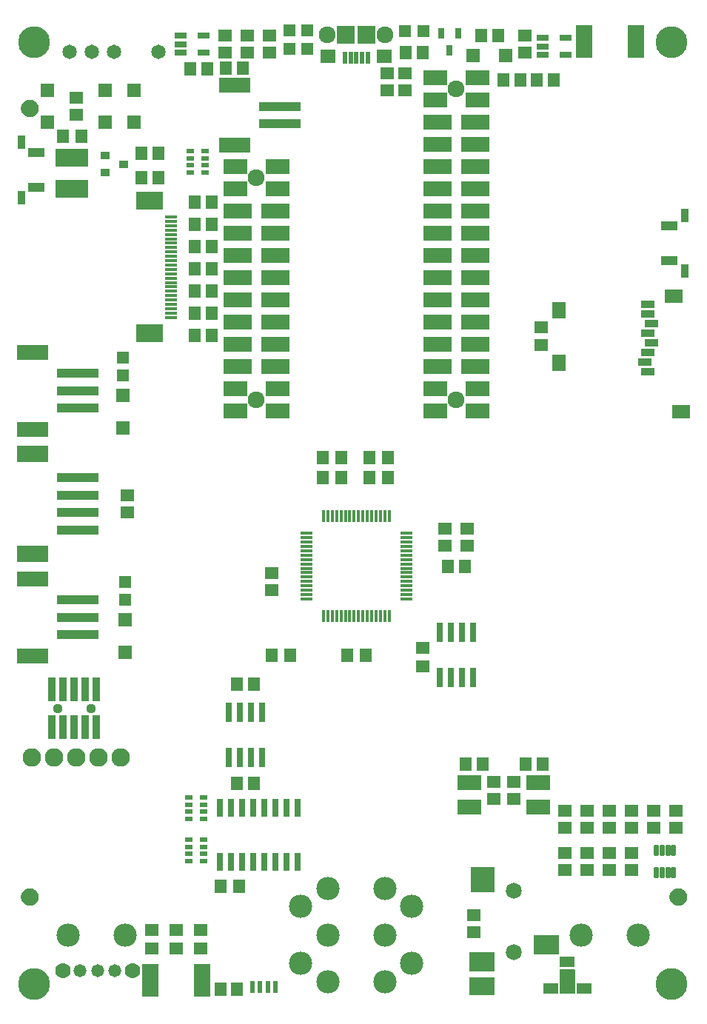
<source format=gbr>
G04 EAGLE Gerber RS-274X export*
G75*
%MOMM*%
%FSLAX34Y34*%
%LPD*%
%INSoldermask Bottom*%
%IPPOS*%
%AMOC8*
5,1,8,0,0,1.08239X$1,22.5*%
G01*
%ADD10R,1.377000X0.402000*%
%ADD11R,3.127000X2.127000*%
%ADD12R,2.027000X1.527000*%
%ADD13R,1.527000X1.927000*%
%ADD14R,1.627000X0.827000*%
%ADD15R,1.367000X1.627000*%
%ADD16R,4.727000X1.127000*%
%ADD17R,3.527000X1.827000*%
%ADD18R,1.627000X1.367000*%
%ADD19R,3.527000X1.727000*%
%ADD20R,1.427000X1.327000*%
%ADD21R,1.527000X1.527000*%
%ADD22R,1.327000X1.627000*%
%ADD23R,1.027000X0.927000*%
%ADD24C,1.777000*%
%ADD25C,1.477000*%
%ADD26R,1.905000X1.027000*%
%ADD27R,0.927000X1.577000*%
%ADD28R,1.627000X1.327000*%
%ADD29C,1.651000*%
%ADD30C,3.643000*%
%ADD31C,1.127000*%
%ADD32C,0.500000*%
%ADD33C,2.127000*%
%ADD34R,0.887000X2.727000*%
%ADD35R,1.327000X0.427000*%
%ADD36R,0.427000X1.327000*%
%ADD37R,0.527000X1.477000*%
%ADD38R,1.727000X1.527000*%
%ADD39R,2.027000X2.027000*%
%ADD40C,1.927000*%
%ADD41R,1.327000X0.677000*%
%ADD42R,0.762000X1.143000*%
%ADD43R,0.727000X2.327000*%
%ADD44R,1.627000X1.427000*%
%ADD45R,2.827000X1.727000*%
%ADD46R,0.787400X2.159000*%
%ADD47R,2.927000X2.127000*%
%ADD48R,2.727000X2.927000*%
%ADD49R,2.927000X2.327000*%
%ADD50C,1.827000*%
%ADD51R,1.427000X1.627000*%
%ADD52R,1.327000X1.327000*%
%ADD53R,2.667000X1.651000*%
%ADD54R,3.175000X1.651000*%
%ADD55R,0.965200X0.584200*%
%ADD56C,0.364200*%
%ADD57R,1.727200X1.295400*%
%ADD58R,0.330200X0.762000*%
%ADD59C,2.667000*%
%ADD60R,1.827000X3.827000*%
%ADD61R,0.627000X1.377000*%
%ADD62R,3.827000X2.127000*%

G36*
X637658Y11446D02*
X637658Y11446D01*
X637777Y11453D01*
X637815Y11466D01*
X637856Y11471D01*
X637966Y11514D01*
X638079Y11551D01*
X638114Y11573D01*
X638151Y11588D01*
X638247Y11658D01*
X638348Y11721D01*
X638376Y11751D01*
X638409Y11774D01*
X638485Y11866D01*
X638566Y11953D01*
X638586Y11988D01*
X638611Y12019D01*
X638662Y12127D01*
X638720Y12231D01*
X638730Y12271D01*
X638747Y12307D01*
X638769Y12424D01*
X638799Y12539D01*
X638803Y12600D01*
X638807Y12620D01*
X638805Y12640D01*
X638809Y12700D01*
X638809Y38100D01*
X638794Y38218D01*
X638787Y38337D01*
X638774Y38375D01*
X638769Y38416D01*
X638726Y38526D01*
X638689Y38639D01*
X638667Y38674D01*
X638652Y38711D01*
X638583Y38807D01*
X638519Y38908D01*
X638489Y38936D01*
X638466Y38969D01*
X638374Y39045D01*
X638287Y39126D01*
X638252Y39146D01*
X638221Y39171D01*
X638113Y39222D01*
X638009Y39280D01*
X637969Y39290D01*
X637933Y39307D01*
X637816Y39329D01*
X637701Y39359D01*
X637641Y39363D01*
X637621Y39367D01*
X637600Y39365D01*
X637540Y39369D01*
X622300Y39369D01*
X622182Y39354D01*
X622063Y39347D01*
X622025Y39334D01*
X621984Y39329D01*
X621874Y39286D01*
X621761Y39249D01*
X621726Y39227D01*
X621689Y39212D01*
X621593Y39143D01*
X621492Y39079D01*
X621464Y39049D01*
X621431Y39026D01*
X621356Y38934D01*
X621274Y38847D01*
X621254Y38812D01*
X621229Y38781D01*
X621178Y38673D01*
X621120Y38569D01*
X621110Y38529D01*
X621093Y38493D01*
X621071Y38376D01*
X621041Y38261D01*
X621037Y38201D01*
X621033Y38181D01*
X621034Y38169D01*
X621033Y38166D01*
X621034Y38153D01*
X621031Y38100D01*
X621031Y12700D01*
X621046Y12582D01*
X621053Y12463D01*
X621066Y12425D01*
X621071Y12384D01*
X621114Y12274D01*
X621151Y12161D01*
X621173Y12126D01*
X621188Y12089D01*
X621258Y11993D01*
X621321Y11892D01*
X621351Y11864D01*
X621374Y11831D01*
X621466Y11756D01*
X621553Y11674D01*
X621588Y11654D01*
X621619Y11629D01*
X621727Y11578D01*
X621831Y11520D01*
X621871Y11510D01*
X621907Y11493D01*
X622024Y11471D01*
X622139Y11441D01*
X622200Y11437D01*
X622220Y11433D01*
X622240Y11435D01*
X622300Y11431D01*
X637540Y11431D01*
X637658Y11446D01*
G37*
D10*
X176532Y899634D03*
X176532Y894634D03*
X176532Y889634D03*
X176532Y884634D03*
X176532Y879634D03*
X176532Y874634D03*
X176532Y869634D03*
X176532Y864634D03*
X176532Y859634D03*
X176532Y854634D03*
X176532Y849634D03*
X176532Y844634D03*
X176532Y839634D03*
X176532Y834634D03*
X176532Y829634D03*
X176532Y824634D03*
X176532Y819634D03*
X176532Y814634D03*
X176532Y809634D03*
X176532Y804634D03*
X176532Y799634D03*
X176532Y794634D03*
X176532Y789634D03*
X176532Y784634D03*
D11*
X151932Y918134D03*
X151932Y767034D03*
D12*
X751350Y808800D03*
X760350Y676800D03*
D13*
X620350Y792800D03*
X620350Y732800D03*
D14*
X722350Y799800D03*
X722350Y788800D03*
X726350Y777800D03*
X722350Y766800D03*
X726350Y755800D03*
X722350Y744800D03*
X718350Y733800D03*
X722350Y722800D03*
D15*
X222860Y789940D03*
X203860Y789940D03*
X222860Y815340D03*
X203860Y815340D03*
X222860Y764540D03*
X203860Y764540D03*
X222860Y840740D03*
X203860Y840740D03*
X222860Y866140D03*
X203860Y866140D03*
X222860Y891540D03*
X203860Y891540D03*
X222860Y916940D03*
X203860Y916940D03*
D16*
X70020Y601500D03*
X70020Y581500D03*
D17*
X18020Y628500D03*
X18020Y514500D03*
D16*
X70020Y561500D03*
X70020Y541500D03*
D18*
X127000Y562000D03*
X127000Y581000D03*
D16*
X70180Y461960D03*
X70180Y441960D03*
D19*
X18180Y485960D03*
X18180Y397960D03*
D16*
X70180Y421960D03*
D20*
X124460Y482600D03*
X124460Y462280D03*
D21*
X124460Y438870D03*
X124460Y401870D03*
D15*
X142900Y944880D03*
X161900Y944880D03*
X142900Y972820D03*
X161900Y972820D03*
D21*
X134620Y1044660D03*
X134620Y1007660D03*
X101600Y1044660D03*
X101600Y1007660D03*
D18*
X68580Y1016660D03*
X68580Y1035660D03*
D21*
X35560Y1044660D03*
X35560Y1007660D03*
D22*
X74000Y991870D03*
X53000Y991870D03*
D23*
X101760Y950620D03*
X101760Y969620D03*
X122760Y960120D03*
D24*
X132710Y38100D03*
X52710Y38100D03*
D25*
X112710Y38100D03*
X92710Y38100D03*
X72710Y38100D03*
D26*
X22956Y933400D03*
X22956Y973400D03*
D27*
X5416Y921900D03*
X5416Y984900D03*
D16*
X70180Y721040D03*
X70180Y701040D03*
D19*
X18180Y745040D03*
X18180Y657040D03*
D16*
X70180Y681040D03*
D20*
X121920Y739140D03*
X121920Y718820D03*
D21*
X121920Y695410D03*
X121920Y658410D03*
D28*
X599694Y752770D03*
X599694Y773770D03*
D22*
X233340Y134620D03*
X254340Y134620D03*
D15*
X252120Y252222D03*
X271120Y252222D03*
D26*
X746664Y889558D03*
X746664Y849558D03*
D27*
X764204Y901058D03*
X764204Y838058D03*
D29*
X111760Y1088390D03*
X86360Y1088390D03*
X60960Y1088390D03*
D30*
X20320Y22860D03*
X749300Y22860D03*
D31*
X756920Y121920D03*
D32*
X764420Y121920D02*
X764418Y122101D01*
X764411Y122282D01*
X764400Y122463D01*
X764385Y122644D01*
X764365Y122824D01*
X764341Y123004D01*
X764313Y123183D01*
X764280Y123361D01*
X764243Y123538D01*
X764202Y123715D01*
X764157Y123890D01*
X764107Y124065D01*
X764053Y124238D01*
X763995Y124409D01*
X763933Y124580D01*
X763866Y124748D01*
X763796Y124915D01*
X763722Y125081D01*
X763643Y125244D01*
X763561Y125405D01*
X763475Y125565D01*
X763385Y125722D01*
X763291Y125877D01*
X763194Y126030D01*
X763092Y126180D01*
X762988Y126328D01*
X762879Y126474D01*
X762768Y126616D01*
X762652Y126756D01*
X762534Y126893D01*
X762412Y127028D01*
X762287Y127159D01*
X762159Y127287D01*
X762028Y127412D01*
X761893Y127534D01*
X761756Y127652D01*
X761616Y127768D01*
X761474Y127879D01*
X761328Y127988D01*
X761180Y128092D01*
X761030Y128194D01*
X760877Y128291D01*
X760722Y128385D01*
X760565Y128475D01*
X760405Y128561D01*
X760244Y128643D01*
X760081Y128722D01*
X759915Y128796D01*
X759748Y128866D01*
X759580Y128933D01*
X759409Y128995D01*
X759238Y129053D01*
X759065Y129107D01*
X758890Y129157D01*
X758715Y129202D01*
X758538Y129243D01*
X758361Y129280D01*
X758183Y129313D01*
X758004Y129341D01*
X757824Y129365D01*
X757644Y129385D01*
X757463Y129400D01*
X757282Y129411D01*
X757101Y129418D01*
X756920Y129420D01*
X756739Y129418D01*
X756558Y129411D01*
X756377Y129400D01*
X756196Y129385D01*
X756016Y129365D01*
X755836Y129341D01*
X755657Y129313D01*
X755479Y129280D01*
X755302Y129243D01*
X755125Y129202D01*
X754950Y129157D01*
X754775Y129107D01*
X754602Y129053D01*
X754431Y128995D01*
X754260Y128933D01*
X754092Y128866D01*
X753925Y128796D01*
X753759Y128722D01*
X753596Y128643D01*
X753435Y128561D01*
X753275Y128475D01*
X753118Y128385D01*
X752963Y128291D01*
X752810Y128194D01*
X752660Y128092D01*
X752512Y127988D01*
X752366Y127879D01*
X752224Y127768D01*
X752084Y127652D01*
X751947Y127534D01*
X751812Y127412D01*
X751681Y127287D01*
X751553Y127159D01*
X751428Y127028D01*
X751306Y126893D01*
X751188Y126756D01*
X751072Y126616D01*
X750961Y126474D01*
X750852Y126328D01*
X750748Y126180D01*
X750646Y126030D01*
X750549Y125877D01*
X750455Y125722D01*
X750365Y125565D01*
X750279Y125405D01*
X750197Y125244D01*
X750118Y125081D01*
X750044Y124915D01*
X749974Y124748D01*
X749907Y124580D01*
X749845Y124409D01*
X749787Y124238D01*
X749733Y124065D01*
X749683Y123890D01*
X749638Y123715D01*
X749597Y123538D01*
X749560Y123361D01*
X749527Y123183D01*
X749499Y123004D01*
X749475Y122824D01*
X749455Y122644D01*
X749440Y122463D01*
X749429Y122282D01*
X749422Y122101D01*
X749420Y121920D01*
X749422Y121739D01*
X749429Y121558D01*
X749440Y121377D01*
X749455Y121196D01*
X749475Y121016D01*
X749499Y120836D01*
X749527Y120657D01*
X749560Y120479D01*
X749597Y120302D01*
X749638Y120125D01*
X749683Y119950D01*
X749733Y119775D01*
X749787Y119602D01*
X749845Y119431D01*
X749907Y119260D01*
X749974Y119092D01*
X750044Y118925D01*
X750118Y118759D01*
X750197Y118596D01*
X750279Y118435D01*
X750365Y118275D01*
X750455Y118118D01*
X750549Y117963D01*
X750646Y117810D01*
X750748Y117660D01*
X750852Y117512D01*
X750961Y117366D01*
X751072Y117224D01*
X751188Y117084D01*
X751306Y116947D01*
X751428Y116812D01*
X751553Y116681D01*
X751681Y116553D01*
X751812Y116428D01*
X751947Y116306D01*
X752084Y116188D01*
X752224Y116072D01*
X752366Y115961D01*
X752512Y115852D01*
X752660Y115748D01*
X752810Y115646D01*
X752963Y115549D01*
X753118Y115455D01*
X753275Y115365D01*
X753435Y115279D01*
X753596Y115197D01*
X753759Y115118D01*
X753925Y115044D01*
X754092Y114974D01*
X754260Y114907D01*
X754431Y114845D01*
X754602Y114787D01*
X754775Y114733D01*
X754950Y114683D01*
X755125Y114638D01*
X755302Y114597D01*
X755479Y114560D01*
X755657Y114527D01*
X755836Y114499D01*
X756016Y114475D01*
X756196Y114455D01*
X756377Y114440D01*
X756558Y114429D01*
X756739Y114422D01*
X756920Y114420D01*
X757101Y114422D01*
X757282Y114429D01*
X757463Y114440D01*
X757644Y114455D01*
X757824Y114475D01*
X758004Y114499D01*
X758183Y114527D01*
X758361Y114560D01*
X758538Y114597D01*
X758715Y114638D01*
X758890Y114683D01*
X759065Y114733D01*
X759238Y114787D01*
X759409Y114845D01*
X759580Y114907D01*
X759748Y114974D01*
X759915Y115044D01*
X760081Y115118D01*
X760244Y115197D01*
X760405Y115279D01*
X760565Y115365D01*
X760722Y115455D01*
X760877Y115549D01*
X761030Y115646D01*
X761180Y115748D01*
X761328Y115852D01*
X761474Y115961D01*
X761616Y116072D01*
X761756Y116188D01*
X761893Y116306D01*
X762028Y116428D01*
X762159Y116553D01*
X762287Y116681D01*
X762412Y116812D01*
X762534Y116947D01*
X762652Y117084D01*
X762768Y117224D01*
X762879Y117366D01*
X762988Y117512D01*
X763092Y117660D01*
X763194Y117810D01*
X763291Y117963D01*
X763385Y118118D01*
X763475Y118275D01*
X763561Y118435D01*
X763643Y118596D01*
X763722Y118759D01*
X763796Y118925D01*
X763866Y119092D01*
X763933Y119260D01*
X763995Y119431D01*
X764053Y119602D01*
X764107Y119775D01*
X764157Y119950D01*
X764202Y120125D01*
X764243Y120302D01*
X764280Y120479D01*
X764313Y120657D01*
X764341Y120836D01*
X764365Y121016D01*
X764385Y121196D01*
X764400Y121377D01*
X764411Y121558D01*
X764418Y121739D01*
X764420Y121920D01*
D31*
X15240Y1023620D03*
D32*
X22740Y1023620D02*
X22738Y1023801D01*
X22731Y1023982D01*
X22720Y1024163D01*
X22705Y1024344D01*
X22685Y1024524D01*
X22661Y1024704D01*
X22633Y1024883D01*
X22600Y1025061D01*
X22563Y1025238D01*
X22522Y1025415D01*
X22477Y1025590D01*
X22427Y1025765D01*
X22373Y1025938D01*
X22315Y1026109D01*
X22253Y1026280D01*
X22186Y1026448D01*
X22116Y1026615D01*
X22042Y1026781D01*
X21963Y1026944D01*
X21881Y1027105D01*
X21795Y1027265D01*
X21705Y1027422D01*
X21611Y1027577D01*
X21514Y1027730D01*
X21412Y1027880D01*
X21308Y1028028D01*
X21199Y1028174D01*
X21088Y1028316D01*
X20972Y1028456D01*
X20854Y1028593D01*
X20732Y1028728D01*
X20607Y1028859D01*
X20479Y1028987D01*
X20348Y1029112D01*
X20213Y1029234D01*
X20076Y1029352D01*
X19936Y1029468D01*
X19794Y1029579D01*
X19648Y1029688D01*
X19500Y1029792D01*
X19350Y1029894D01*
X19197Y1029991D01*
X19042Y1030085D01*
X18885Y1030175D01*
X18725Y1030261D01*
X18564Y1030343D01*
X18401Y1030422D01*
X18235Y1030496D01*
X18068Y1030566D01*
X17900Y1030633D01*
X17729Y1030695D01*
X17558Y1030753D01*
X17385Y1030807D01*
X17210Y1030857D01*
X17035Y1030902D01*
X16858Y1030943D01*
X16681Y1030980D01*
X16503Y1031013D01*
X16324Y1031041D01*
X16144Y1031065D01*
X15964Y1031085D01*
X15783Y1031100D01*
X15602Y1031111D01*
X15421Y1031118D01*
X15240Y1031120D01*
X15059Y1031118D01*
X14878Y1031111D01*
X14697Y1031100D01*
X14516Y1031085D01*
X14336Y1031065D01*
X14156Y1031041D01*
X13977Y1031013D01*
X13799Y1030980D01*
X13622Y1030943D01*
X13445Y1030902D01*
X13270Y1030857D01*
X13095Y1030807D01*
X12922Y1030753D01*
X12751Y1030695D01*
X12580Y1030633D01*
X12412Y1030566D01*
X12245Y1030496D01*
X12079Y1030422D01*
X11916Y1030343D01*
X11755Y1030261D01*
X11595Y1030175D01*
X11438Y1030085D01*
X11283Y1029991D01*
X11130Y1029894D01*
X10980Y1029792D01*
X10832Y1029688D01*
X10686Y1029579D01*
X10544Y1029468D01*
X10404Y1029352D01*
X10267Y1029234D01*
X10132Y1029112D01*
X10001Y1028987D01*
X9873Y1028859D01*
X9748Y1028728D01*
X9626Y1028593D01*
X9508Y1028456D01*
X9392Y1028316D01*
X9281Y1028174D01*
X9172Y1028028D01*
X9068Y1027880D01*
X8966Y1027730D01*
X8869Y1027577D01*
X8775Y1027422D01*
X8685Y1027265D01*
X8599Y1027105D01*
X8517Y1026944D01*
X8438Y1026781D01*
X8364Y1026615D01*
X8294Y1026448D01*
X8227Y1026280D01*
X8165Y1026109D01*
X8107Y1025938D01*
X8053Y1025765D01*
X8003Y1025590D01*
X7958Y1025415D01*
X7917Y1025238D01*
X7880Y1025061D01*
X7847Y1024883D01*
X7819Y1024704D01*
X7795Y1024524D01*
X7775Y1024344D01*
X7760Y1024163D01*
X7749Y1023982D01*
X7742Y1023801D01*
X7740Y1023620D01*
X7742Y1023439D01*
X7749Y1023258D01*
X7760Y1023077D01*
X7775Y1022896D01*
X7795Y1022716D01*
X7819Y1022536D01*
X7847Y1022357D01*
X7880Y1022179D01*
X7917Y1022002D01*
X7958Y1021825D01*
X8003Y1021650D01*
X8053Y1021475D01*
X8107Y1021302D01*
X8165Y1021131D01*
X8227Y1020960D01*
X8294Y1020792D01*
X8364Y1020625D01*
X8438Y1020459D01*
X8517Y1020296D01*
X8599Y1020135D01*
X8685Y1019975D01*
X8775Y1019818D01*
X8869Y1019663D01*
X8966Y1019510D01*
X9068Y1019360D01*
X9172Y1019212D01*
X9281Y1019066D01*
X9392Y1018924D01*
X9508Y1018784D01*
X9626Y1018647D01*
X9748Y1018512D01*
X9873Y1018381D01*
X10001Y1018253D01*
X10132Y1018128D01*
X10267Y1018006D01*
X10404Y1017888D01*
X10544Y1017772D01*
X10686Y1017661D01*
X10832Y1017552D01*
X10980Y1017448D01*
X11130Y1017346D01*
X11283Y1017249D01*
X11438Y1017155D01*
X11595Y1017065D01*
X11755Y1016979D01*
X11916Y1016897D01*
X12079Y1016818D01*
X12245Y1016744D01*
X12412Y1016674D01*
X12580Y1016607D01*
X12751Y1016545D01*
X12922Y1016487D01*
X13095Y1016433D01*
X13270Y1016383D01*
X13445Y1016338D01*
X13622Y1016297D01*
X13799Y1016260D01*
X13977Y1016227D01*
X14156Y1016199D01*
X14336Y1016175D01*
X14516Y1016155D01*
X14697Y1016140D01*
X14878Y1016129D01*
X15059Y1016122D01*
X15240Y1016120D01*
X15421Y1016122D01*
X15602Y1016129D01*
X15783Y1016140D01*
X15964Y1016155D01*
X16144Y1016175D01*
X16324Y1016199D01*
X16503Y1016227D01*
X16681Y1016260D01*
X16858Y1016297D01*
X17035Y1016338D01*
X17210Y1016383D01*
X17385Y1016433D01*
X17558Y1016487D01*
X17729Y1016545D01*
X17900Y1016607D01*
X18068Y1016674D01*
X18235Y1016744D01*
X18401Y1016818D01*
X18564Y1016897D01*
X18725Y1016979D01*
X18885Y1017065D01*
X19042Y1017155D01*
X19197Y1017249D01*
X19350Y1017346D01*
X19500Y1017448D01*
X19648Y1017552D01*
X19794Y1017661D01*
X19936Y1017772D01*
X20076Y1017888D01*
X20213Y1018006D01*
X20348Y1018128D01*
X20479Y1018253D01*
X20607Y1018381D01*
X20732Y1018512D01*
X20854Y1018647D01*
X20972Y1018784D01*
X21088Y1018924D01*
X21199Y1019066D01*
X21308Y1019212D01*
X21412Y1019360D01*
X21514Y1019510D01*
X21611Y1019663D01*
X21705Y1019818D01*
X21795Y1019975D01*
X21881Y1020135D01*
X21963Y1020296D01*
X22042Y1020459D01*
X22116Y1020625D01*
X22186Y1020792D01*
X22253Y1020960D01*
X22315Y1021131D01*
X22373Y1021302D01*
X22427Y1021475D01*
X22477Y1021650D01*
X22522Y1021825D01*
X22563Y1022002D01*
X22600Y1022179D01*
X22633Y1022357D01*
X22661Y1022536D01*
X22685Y1022716D01*
X22705Y1022896D01*
X22720Y1023077D01*
X22731Y1023258D01*
X22738Y1023439D01*
X22740Y1023620D01*
D30*
X20320Y1099820D03*
X749300Y1099820D03*
D29*
X162560Y1088390D03*
D33*
X93980Y281940D03*
X17780Y281940D03*
X119380Y281940D03*
D34*
X40640Y316320D03*
X53340Y316320D03*
X66040Y316320D03*
X78740Y316320D03*
X91440Y316320D03*
X40640Y359320D03*
X53340Y359320D03*
X66040Y359320D03*
X78740Y359320D03*
X91440Y359320D03*
D31*
X46990Y337820D03*
X85090Y337820D03*
D22*
X291760Y398780D03*
X312760Y398780D03*
X371180Y624840D03*
X350180Y624840D03*
X371180Y601980D03*
X350180Y601980D03*
D35*
X445620Y537880D03*
X445620Y532880D03*
X445620Y527880D03*
X445620Y522880D03*
X445620Y517880D03*
X445620Y512880D03*
X445620Y507880D03*
X445620Y502880D03*
X445620Y497880D03*
X445620Y492880D03*
X445620Y487880D03*
X445620Y482880D03*
X445620Y477880D03*
X445620Y472880D03*
X445620Y467880D03*
X445620Y462880D03*
D36*
X426120Y443380D03*
X421120Y443380D03*
X416120Y443380D03*
X411120Y443380D03*
X406120Y443380D03*
X401120Y443380D03*
X396120Y443380D03*
X391120Y443380D03*
X386120Y443380D03*
X381120Y443380D03*
X376120Y443380D03*
X371120Y443380D03*
X366120Y443380D03*
X361120Y443380D03*
X356120Y443380D03*
X351120Y443380D03*
D35*
X331620Y462880D03*
X331620Y467880D03*
X331620Y472880D03*
X331620Y477880D03*
X331620Y482880D03*
X331620Y487880D03*
X331620Y492880D03*
X331620Y497880D03*
X331620Y502880D03*
X331620Y507880D03*
X331620Y512880D03*
X331620Y517880D03*
X331620Y522880D03*
X331620Y527880D03*
X331620Y532880D03*
X331620Y537880D03*
D36*
X351120Y557380D03*
X356120Y557380D03*
X361120Y557380D03*
X366120Y557380D03*
X371120Y557380D03*
X376120Y557380D03*
X381120Y557380D03*
X386120Y557380D03*
X391120Y557380D03*
X396120Y557380D03*
X401120Y557380D03*
X406120Y557380D03*
X411120Y557380D03*
X416120Y557380D03*
X421120Y557380D03*
X426120Y557380D03*
D37*
X375620Y1081325D03*
X382120Y1081325D03*
X388620Y1081325D03*
X395120Y1081325D03*
X401620Y1081325D03*
D38*
X356620Y1083575D03*
X420620Y1083575D03*
D39*
X400620Y1108075D03*
X376620Y1108075D03*
D40*
X421640Y1108075D03*
X355600Y1108075D03*
D18*
X581660Y1087780D03*
X581660Y1106780D03*
D15*
X575920Y1056640D03*
X556920Y1056640D03*
X595020Y1056640D03*
X614020Y1056640D03*
D41*
X601679Y1085240D03*
X601679Y1094740D03*
X601679Y1104240D03*
X627681Y1104240D03*
X627681Y1085240D03*
D16*
X301160Y1026000D03*
X301160Y1006000D03*
D19*
X249160Y1050000D03*
X249160Y982000D03*
D22*
X403520Y624840D03*
X424520Y624840D03*
X403520Y601980D03*
X424520Y601980D03*
D18*
X292100Y473100D03*
X292100Y492100D03*
D21*
X559520Y1084580D03*
X522520Y1084580D03*
D42*
X495300Y1089820D03*
X504800Y1109820D03*
X485800Y1109820D03*
D15*
X550520Y1107440D03*
X531520Y1107440D03*
D41*
X187659Y1087780D03*
X187659Y1097280D03*
X187659Y1106780D03*
X213661Y1106780D03*
X213661Y1087780D03*
D15*
X258420Y1069594D03*
X239420Y1069594D03*
D18*
X289560Y1087780D03*
X289560Y1106780D03*
X238760Y1087780D03*
X238760Y1106780D03*
X264160Y1087780D03*
X264160Y1106780D03*
D43*
X255270Y333340D03*
X255270Y281340D03*
X242570Y333340D03*
X267970Y333340D03*
X280670Y333340D03*
X242570Y281340D03*
X267970Y281340D03*
X280670Y281340D03*
D15*
X271120Y365760D03*
X252120Y365760D03*
X445160Y1087882D03*
X464160Y1087882D03*
D44*
X523240Y81940D03*
X523240Y100940D03*
D45*
X596900Y252760D03*
X596900Y224760D03*
X518160Y252760D03*
X518160Y224760D03*
D18*
X546100Y234340D03*
X546100Y253340D03*
D15*
X532740Y274320D03*
X513740Y274320D03*
X582320Y274320D03*
X601320Y274320D03*
D18*
X568960Y234340D03*
X568960Y253340D03*
D46*
X232410Y223774D03*
X232410Y162306D03*
X245110Y223774D03*
X257810Y223774D03*
X245110Y162306D03*
X257810Y162306D03*
X270510Y223774D03*
X270510Y162306D03*
X283210Y223774D03*
X283210Y162306D03*
X295910Y223774D03*
X308610Y223774D03*
X295910Y162306D03*
X308610Y162306D03*
X321310Y223774D03*
X321310Y162306D03*
D47*
X531960Y19940D03*
D48*
X532960Y141940D03*
D49*
X605960Y66940D03*
X531960Y47940D03*
D50*
X568960Y58940D03*
X568960Y128940D03*
D31*
X15240Y121920D03*
D32*
X22740Y121920D02*
X22738Y122101D01*
X22731Y122282D01*
X22720Y122463D01*
X22705Y122644D01*
X22685Y122824D01*
X22661Y123004D01*
X22633Y123183D01*
X22600Y123361D01*
X22563Y123538D01*
X22522Y123715D01*
X22477Y123890D01*
X22427Y124065D01*
X22373Y124238D01*
X22315Y124409D01*
X22253Y124580D01*
X22186Y124748D01*
X22116Y124915D01*
X22042Y125081D01*
X21963Y125244D01*
X21881Y125405D01*
X21795Y125565D01*
X21705Y125722D01*
X21611Y125877D01*
X21514Y126030D01*
X21412Y126180D01*
X21308Y126328D01*
X21199Y126474D01*
X21088Y126616D01*
X20972Y126756D01*
X20854Y126893D01*
X20732Y127028D01*
X20607Y127159D01*
X20479Y127287D01*
X20348Y127412D01*
X20213Y127534D01*
X20076Y127652D01*
X19936Y127768D01*
X19794Y127879D01*
X19648Y127988D01*
X19500Y128092D01*
X19350Y128194D01*
X19197Y128291D01*
X19042Y128385D01*
X18885Y128475D01*
X18725Y128561D01*
X18564Y128643D01*
X18401Y128722D01*
X18235Y128796D01*
X18068Y128866D01*
X17900Y128933D01*
X17729Y128995D01*
X17558Y129053D01*
X17385Y129107D01*
X17210Y129157D01*
X17035Y129202D01*
X16858Y129243D01*
X16681Y129280D01*
X16503Y129313D01*
X16324Y129341D01*
X16144Y129365D01*
X15964Y129385D01*
X15783Y129400D01*
X15602Y129411D01*
X15421Y129418D01*
X15240Y129420D01*
X15059Y129418D01*
X14878Y129411D01*
X14697Y129400D01*
X14516Y129385D01*
X14336Y129365D01*
X14156Y129341D01*
X13977Y129313D01*
X13799Y129280D01*
X13622Y129243D01*
X13445Y129202D01*
X13270Y129157D01*
X13095Y129107D01*
X12922Y129053D01*
X12751Y128995D01*
X12580Y128933D01*
X12412Y128866D01*
X12245Y128796D01*
X12079Y128722D01*
X11916Y128643D01*
X11755Y128561D01*
X11595Y128475D01*
X11438Y128385D01*
X11283Y128291D01*
X11130Y128194D01*
X10980Y128092D01*
X10832Y127988D01*
X10686Y127879D01*
X10544Y127768D01*
X10404Y127652D01*
X10267Y127534D01*
X10132Y127412D01*
X10001Y127287D01*
X9873Y127159D01*
X9748Y127028D01*
X9626Y126893D01*
X9508Y126756D01*
X9392Y126616D01*
X9281Y126474D01*
X9172Y126328D01*
X9068Y126180D01*
X8966Y126030D01*
X8869Y125877D01*
X8775Y125722D01*
X8685Y125565D01*
X8599Y125405D01*
X8517Y125244D01*
X8438Y125081D01*
X8364Y124915D01*
X8294Y124748D01*
X8227Y124580D01*
X8165Y124409D01*
X8107Y124238D01*
X8053Y124065D01*
X8003Y123890D01*
X7958Y123715D01*
X7917Y123538D01*
X7880Y123361D01*
X7847Y123183D01*
X7819Y123004D01*
X7795Y122824D01*
X7775Y122644D01*
X7760Y122463D01*
X7749Y122282D01*
X7742Y122101D01*
X7740Y121920D01*
X7742Y121739D01*
X7749Y121558D01*
X7760Y121377D01*
X7775Y121196D01*
X7795Y121016D01*
X7819Y120836D01*
X7847Y120657D01*
X7880Y120479D01*
X7917Y120302D01*
X7958Y120125D01*
X8003Y119950D01*
X8053Y119775D01*
X8107Y119602D01*
X8165Y119431D01*
X8227Y119260D01*
X8294Y119092D01*
X8364Y118925D01*
X8438Y118759D01*
X8517Y118596D01*
X8599Y118435D01*
X8685Y118275D01*
X8775Y118118D01*
X8869Y117963D01*
X8966Y117810D01*
X9068Y117660D01*
X9172Y117512D01*
X9281Y117366D01*
X9392Y117224D01*
X9508Y117084D01*
X9626Y116947D01*
X9748Y116812D01*
X9873Y116681D01*
X10001Y116553D01*
X10132Y116428D01*
X10267Y116306D01*
X10404Y116188D01*
X10544Y116072D01*
X10686Y115961D01*
X10832Y115852D01*
X10980Y115748D01*
X11130Y115646D01*
X11283Y115549D01*
X11438Y115455D01*
X11595Y115365D01*
X11755Y115279D01*
X11916Y115197D01*
X12079Y115118D01*
X12245Y115044D01*
X12412Y114974D01*
X12580Y114907D01*
X12751Y114845D01*
X12922Y114787D01*
X13095Y114733D01*
X13270Y114683D01*
X13445Y114638D01*
X13622Y114597D01*
X13799Y114560D01*
X13977Y114527D01*
X14156Y114499D01*
X14336Y114475D01*
X14516Y114455D01*
X14697Y114440D01*
X14878Y114429D01*
X15059Y114422D01*
X15240Y114420D01*
X15421Y114422D01*
X15602Y114429D01*
X15783Y114440D01*
X15964Y114455D01*
X16144Y114475D01*
X16324Y114499D01*
X16503Y114527D01*
X16681Y114560D01*
X16858Y114597D01*
X17035Y114638D01*
X17210Y114683D01*
X17385Y114733D01*
X17558Y114787D01*
X17729Y114845D01*
X17900Y114907D01*
X18068Y114974D01*
X18235Y115044D01*
X18401Y115118D01*
X18564Y115197D01*
X18725Y115279D01*
X18885Y115365D01*
X19042Y115455D01*
X19197Y115549D01*
X19350Y115646D01*
X19500Y115748D01*
X19648Y115852D01*
X19794Y115961D01*
X19936Y116072D01*
X20076Y116188D01*
X20213Y116306D01*
X20348Y116428D01*
X20479Y116553D01*
X20607Y116681D01*
X20732Y116812D01*
X20854Y116947D01*
X20972Y117084D01*
X21088Y117224D01*
X21199Y117366D01*
X21308Y117512D01*
X21412Y117660D01*
X21514Y117810D01*
X21611Y117963D01*
X21705Y118118D01*
X21795Y118275D01*
X21881Y118435D01*
X21963Y118596D01*
X22042Y118759D01*
X22116Y118925D01*
X22186Y119092D01*
X22253Y119260D01*
X22315Y119431D01*
X22373Y119602D01*
X22427Y119775D01*
X22477Y119950D01*
X22522Y120125D01*
X22563Y120302D01*
X22600Y120479D01*
X22633Y120657D01*
X22661Y120836D01*
X22685Y121016D01*
X22705Y121196D01*
X22720Y121377D01*
X22731Y121558D01*
X22738Y121739D01*
X22740Y121920D01*
D51*
X512420Y500380D03*
X493420Y500380D03*
D18*
X490220Y523900D03*
X490220Y542900D03*
X515620Y523900D03*
X515620Y542900D03*
D43*
X483870Y424780D03*
X496570Y424780D03*
X509270Y424780D03*
X521970Y424780D03*
X521970Y372780D03*
X509270Y372780D03*
X496570Y372780D03*
X483870Y372780D03*
D28*
X464820Y385740D03*
X464820Y406740D03*
D33*
X43180Y281940D03*
X68580Y281940D03*
D22*
X399120Y398780D03*
X378120Y398780D03*
D52*
X444160Y1112520D03*
X465160Y1112520D03*
X312420Y1112860D03*
X312420Y1091860D03*
D53*
X478790Y1059180D03*
X527050Y1059180D03*
X478790Y1033780D03*
X527050Y1033780D03*
D54*
X481330Y1008380D03*
X524510Y1008380D03*
X481330Y982980D03*
X524510Y982980D03*
X481330Y957580D03*
X524510Y957580D03*
X481330Y932180D03*
X524510Y932180D03*
X481330Y906780D03*
X524510Y906780D03*
X481330Y881380D03*
X524510Y881380D03*
X481330Y855980D03*
X524510Y855980D03*
X481330Y830580D03*
X524510Y830580D03*
X481330Y805180D03*
X524510Y805180D03*
X481330Y779780D03*
X524510Y779780D03*
X481330Y754380D03*
X524510Y754380D03*
X481330Y728980D03*
X524510Y728980D03*
D53*
X478790Y703580D03*
X527050Y703580D03*
X478790Y678180D03*
X527050Y678180D03*
X298450Y678180D03*
X250190Y678180D03*
X298450Y703580D03*
X250190Y703580D03*
D54*
X295910Y728980D03*
X252730Y728980D03*
X295910Y754380D03*
X252730Y754380D03*
X295910Y779780D03*
X252730Y779780D03*
X295910Y805180D03*
X252730Y805180D03*
X295910Y830580D03*
X252730Y830580D03*
X295910Y855980D03*
X252730Y855980D03*
X295910Y881380D03*
X252730Y881380D03*
X295910Y906780D03*
X252730Y906780D03*
D53*
X298450Y932180D03*
X250190Y932180D03*
X298450Y957580D03*
X250190Y957580D03*
D40*
X274320Y944880D03*
X274320Y690880D03*
X502920Y1046480D03*
X502920Y690880D03*
D18*
X703580Y201320D03*
X703580Y220320D03*
X627380Y220320D03*
X627380Y201320D03*
X678180Y220320D03*
X678180Y201320D03*
X652780Y220320D03*
X652780Y201320D03*
X703580Y153060D03*
X703580Y172060D03*
X678180Y172060D03*
X678180Y153060D03*
X627380Y153060D03*
X627380Y172060D03*
X754380Y220320D03*
X754380Y201320D03*
X728980Y220320D03*
X728980Y201320D03*
X652780Y172060D03*
X652780Y153060D03*
D55*
X214122Y235712D03*
X214122Y227584D03*
X214122Y219456D03*
X214122Y211328D03*
X197358Y211328D03*
X197358Y219456D03*
X197358Y227584D03*
X197358Y235712D03*
X214122Y187452D03*
X214122Y179324D03*
X214122Y171196D03*
X214122Y163068D03*
X197358Y163068D03*
X197358Y171196D03*
X197358Y179324D03*
X197358Y187452D03*
D28*
X210820Y84160D03*
X210820Y63160D03*
X154940Y84160D03*
X154940Y63160D03*
X182880Y63160D03*
X182880Y84160D03*
D55*
X215392Y974852D03*
X215392Y966724D03*
X215392Y958596D03*
X215392Y950468D03*
X198628Y950468D03*
X198628Y958596D03*
X198628Y966724D03*
X198628Y974852D03*
D56*
X730716Y179974D02*
X730716Y170246D01*
X730716Y179974D02*
X733144Y179974D01*
X733144Y170246D01*
X730716Y170246D01*
X730716Y173706D02*
X733144Y173706D01*
X733144Y177166D02*
X730716Y177166D01*
X737216Y179974D02*
X737216Y170246D01*
X737216Y179974D02*
X739644Y179974D01*
X739644Y170246D01*
X737216Y170246D01*
X737216Y173706D02*
X739644Y173706D01*
X739644Y177166D02*
X737216Y177166D01*
X743716Y179974D02*
X743716Y170246D01*
X743716Y179974D02*
X746144Y179974D01*
X746144Y170246D01*
X743716Y170246D01*
X743716Y173706D02*
X746144Y173706D01*
X746144Y177166D02*
X743716Y177166D01*
X750216Y179974D02*
X750216Y170246D01*
X750216Y179974D02*
X752644Y179974D01*
X752644Y170246D01*
X750216Y170246D01*
X750216Y173706D02*
X752644Y173706D01*
X752644Y177166D02*
X750216Y177166D01*
X752644Y154874D02*
X752644Y145146D01*
X750216Y145146D01*
X750216Y154874D01*
X752644Y154874D01*
X752644Y148606D02*
X750216Y148606D01*
X750216Y152066D02*
X752644Y152066D01*
X746144Y154874D02*
X746144Y145146D01*
X743716Y145146D01*
X743716Y154874D01*
X746144Y154874D01*
X746144Y148606D02*
X743716Y148606D01*
X743716Y152066D02*
X746144Y152066D01*
X739644Y154874D02*
X739644Y145146D01*
X737216Y145146D01*
X737216Y154874D01*
X739644Y154874D01*
X739644Y148606D02*
X737216Y148606D01*
X737216Y152066D02*
X739644Y152066D01*
X733144Y154874D02*
X733144Y145146D01*
X730716Y145146D01*
X730716Y154874D01*
X733144Y154874D01*
X733144Y148606D02*
X730716Y148606D01*
X730716Y152066D02*
X733144Y152066D01*
D57*
X629920Y33020D03*
X629920Y17780D03*
D58*
X629920Y25400D03*
D57*
X648970Y17780D03*
X610870Y17780D03*
X629920Y48260D03*
D52*
X332740Y1112860D03*
X332740Y1091860D03*
D15*
X198780Y1069340D03*
X217780Y1069340D03*
D59*
X325120Y46240D03*
X325120Y111240D03*
X421120Y25400D03*
X356120Y25400D03*
X421120Y132080D03*
X356120Y132080D03*
X452120Y111240D03*
X452120Y46240D03*
X421120Y78740D03*
X356120Y78740D03*
X58940Y78740D03*
X123940Y78740D03*
X710680Y78740D03*
X645680Y78740D03*
D60*
X212380Y26924D03*
X153380Y26924D03*
X649442Y1100582D03*
X708442Y1100582D03*
D18*
X424180Y1063600D03*
X424180Y1044600D03*
X444500Y1063600D03*
X444500Y1044600D03*
D61*
X270210Y18676D03*
X278710Y18676D03*
X287710Y18676D03*
X296210Y18676D03*
D15*
X252070Y16510D03*
X233070Y16510D03*
D62*
X63500Y931452D03*
X63500Y967452D03*
M02*

</source>
